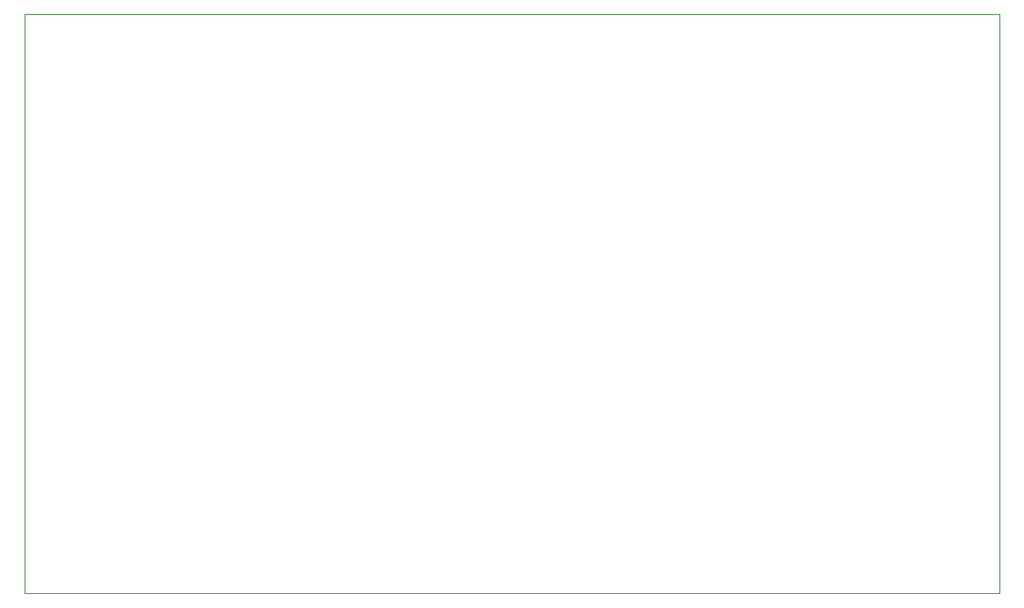
<source format=gbr>
G04 #@! TF.GenerationSoftware,KiCad,Pcbnew,(5.1.9-0-10_14)*
G04 #@! TF.CreationDate,2021-02-19T16:14:07+01:00*
G04 #@! TF.ProjectId,lt1115-phono-mm-mc,6c743131-3135-42d7-9068-6f6e6f2d6d6d,rev?*
G04 #@! TF.SameCoordinates,Original*
G04 #@! TF.FileFunction,Profile,NP*
%FSLAX46Y46*%
G04 Gerber Fmt 4.6, Leading zero omitted, Abs format (unit mm)*
G04 Created by KiCad (PCBNEW (5.1.9-0-10_14)) date 2021-02-19 16:14:07*
%MOMM*%
%LPD*%
G01*
G04 APERTURE LIST*
G04 #@! TA.AperFunction,Profile*
%ADD10C,0.050000*%
G04 #@! TD*
G04 APERTURE END LIST*
D10*
X74930000Y-149860000D02*
X74930000Y-93980000D01*
X168910000Y-149860000D02*
X74930000Y-149860000D01*
X168910000Y-93980000D02*
X168910000Y-149860000D01*
X74930000Y-93980000D02*
X168910000Y-93980000D01*
M02*

</source>
